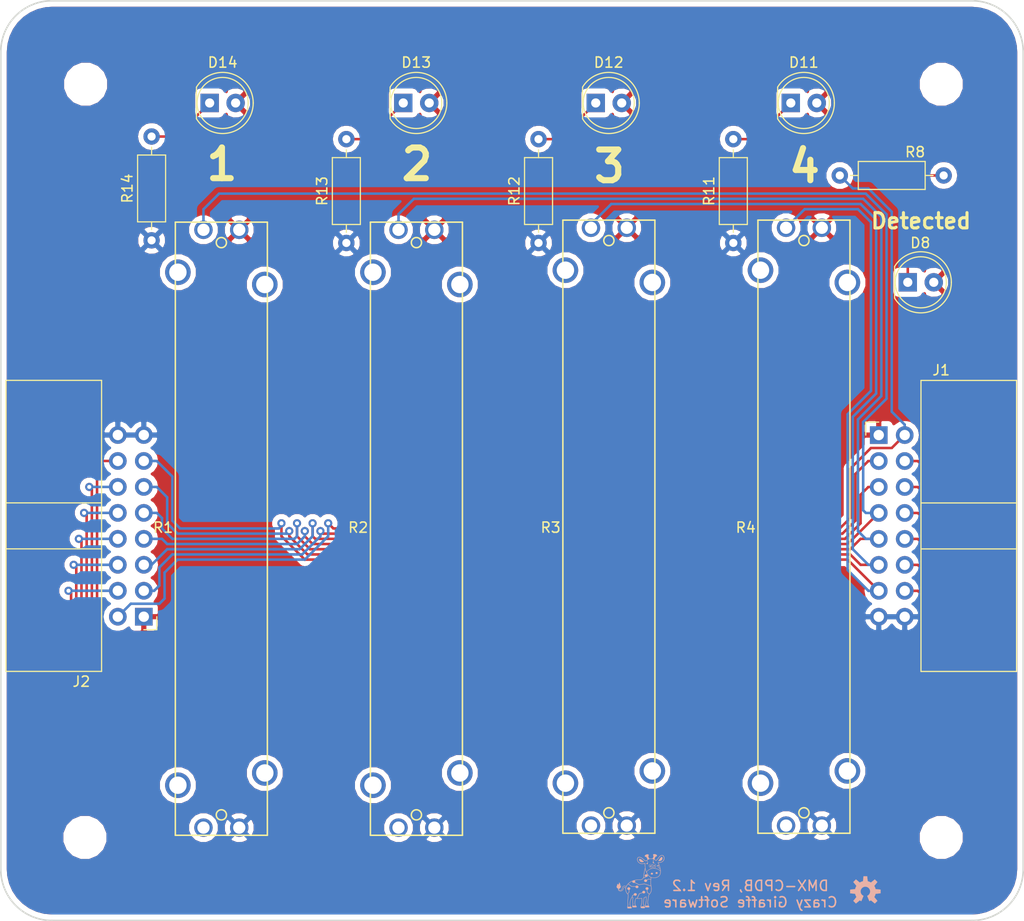
<source format=kicad_pcb>
(kicad_pcb (version 20171130) (host pcbnew "(5.0.0)")
  (title_block (title "DMX Demonstrator - Control-Pro Dimmer (DMX-CPDB)") (date 2023-02-11) (rev 1.2) (company "Crazy Giraffe Software") (comment 2 "Designed by: SparkyBobo") (comment 3 https://creativecommons.org/licenses/by-sa/4.0/) (comment 4 "Released under the Creative Commons Attribution Share-Alike 4.0m License"))
  (layers (0 F.Cu signal) (31 B.Cu signal) (34 B.Paste user) (35 F.Paste user) (36 B.SilkS user) (37 F.SilkS user) (38 B.Mask user) (39 F.Mask user) (44 Edge.Cuts user))
  (net 0 "")
  (net 1 GND)
  (net 2 +5V)
  (net 3 "Net-(D14-Pad1)")
  (net 4 "Net-(D13-Pad1)")
  (net 5 "Net-(D12-Pad1)")
  (net 6 "Net-(D11-Pad1)")
  (net 7 "Net-(D8-Pad1)")
  (net 8 /DIM3)
  (net 9 /DIM4)
  (net 10 /DIM1)
  (net 11 /DIM2)
  (net 12 /~HWD_DT)
  (net 13 /~CLOCK)
  (net 14 /SPD_HI)
  (net 15 /~DATA)
  (net 16 /SPD_WIPER)
  (net 17 /SPD_LO)
  (net 18 /~CLK_STEP)
  (net 19 /~CLK_SLO)
  (net 20 /~CLK_FST)
  (module Connector_IDC:IDC-Header_2x08_P2.54mm_Horizontal (layer F.Cu) (at 101.092 108.966 180)
    (fp_text reference J2 (at 6.105 -6.35 180) (layer F.SilkS))
    (fp_text value INPUT)
    (pad 1 thru_hole rect (at 0 0 180) (size 1.7272 1.7272) (drill 1.016) (layers *.Cu *.Mask) (net 2 +5V))
    (pad 2 thru_hole oval (at 2.54 0 180) (size 1.7272 1.7272) (drill 1.016) (layers *.Cu *.Mask) (net 12 /~HWD_DT))
    (pad 3 thru_hole oval (at 0 2.54 180) (size 1.7272 1.7272) (drill 1.016) (layers *.Cu *.Mask) (net 13 /~CLOCK))
    (pad 4 thru_hole oval (at 2.54 2.54 180) (size 1.7272 1.7272) (drill 1.016) (layers *.Cu *.Mask) (net 14 /SPD_HI))
    (pad 5 thru_hole oval (at 0 5.08 180) (size 1.7272 1.7272) (drill 1.016) (layers *.Cu *.Mask) (net 15 /~DATA))
    (pad 6 thru_hole oval (at 2.54 5.08 180) (size 1.7272 1.7272) (drill 1.016) (layers *.Cu *.Mask) (net 16 /SPD_WIPER))
    (pad 7 thru_hole oval (at 0 7.62 180) (size 1.7272 1.7272) (drill 1.016) (layers *.Cu *.Mask) (net 10 /DIM1))
    (pad 8 thru_hole oval (at 2.54 7.62 180) (size 1.7272 1.7272) (drill 1.016) (layers *.Cu *.Mask) (net 17 /SPD_LO))
    (pad 9 thru_hole oval (at 0 10.16 180) (size 1.7272 1.7272) (drill 1.016) (layers *.Cu *.Mask) (net 11 /DIM2))
    (pad 10 thru_hole oval (at 2.54 10.16 180) (size 1.7272 1.7272) (drill 1.016) (layers *.Cu *.Mask) (net 18 /~CLK_STEP))
    (pad 11 thru_hole oval (at 0 12.7 180) (size 1.7272 1.7272) (drill 1.016) (layers *.Cu *.Mask) (net 8 /DIM3))
    (pad 12 thru_hole oval (at 2.54 12.7 180) (size 1.7272 1.7272) (drill 1.016) (layers *.Cu *.Mask) (net 19 /~CLK_SLO))
    (pad 13 thru_hole oval (at 0 15.24 180) (size 1.7272 1.7272) (drill 1.016) (layers *.Cu *.Mask) (net 9 /DIM4))
    (pad 14 thru_hole oval (at 2.54 15.24 180) (size 1.7272 1.7272) (drill 1.016) (layers *.Cu *.Mask) (net 20 /~CLK_FST))
    (pad 15 thru_hole oval (at 0 17.78 180) (size 1.7272 1.7272) (drill 1.016) (layers *.Cu *.Mask) (net 1 GND))
    (pad 16 thru_hole oval (at 2.54 17.78 180) (size 1.7272 1.7272) (drill 1.016) (layers *.Cu *.Mask) (net 1 GND))
  )
  (module Connector_IDC:IDC-Header_2x08_P2.54mm_Horizontal (layer F.Cu) (at 172.974 91.192)
    (fp_text reference J1 (at 6.105 -6.35) (layer F.SilkS))
    (fp_text value OUTPUT)
    (pad 16 thru_hole oval (at 2.54 17.78) (size 1.7272 1.7272) (drill 1.016) (layers *.Cu *.Mask) (net 1 GND))
    (pad 15 thru_hole oval (at 0 17.78) (size 1.7272 1.7272) (drill 1.016) (layers *.Cu *.Mask) (net 1 GND))
    (pad 14 thru_hole oval (at 2.54 15.24) (size 1.7272 1.7272) (drill 1.016) (layers *.Cu *.Mask) (net 20 /~CLK_FST))
    (pad 13 thru_hole oval (at 0 15.24) (size 1.7272 1.7272) (drill 1.016) (layers *.Cu *.Mask) (net 9 /DIM4))
    (pad 12 thru_hole oval (at 2.54 12.7) (size 1.7272 1.7272) (drill 1.016) (layers *.Cu *.Mask) (net 19 /~CLK_SLO))
    (pad 11 thru_hole oval (at 0 12.7) (size 1.7272 1.7272) (drill 1.016) (layers *.Cu *.Mask) (net 8 /DIM3))
    (pad 10 thru_hole oval (at 2.54 10.16) (size 1.7272 1.7272) (drill 1.016) (layers *.Cu *.Mask) (net 18 /~CLK_STEP))
    (pad 9 thru_hole oval (at 0 10.16) (size 1.7272 1.7272) (drill 1.016) (layers *.Cu *.Mask) (net 11 /DIM2))
    (pad 8 thru_hole oval (at 2.54 7.62) (size 1.7272 1.7272) (drill 1.016) (layers *.Cu *.Mask) (net 17 /SPD_LO))
    (pad 7 thru_hole oval (at 0 7.62) (size 1.7272 1.7272) (drill 1.016) (layers *.Cu *.Mask) (net 10 /DIM1))
    (pad 6 thru_hole oval (at 2.54 5.08) (size 1.7272 1.7272) (drill 1.016) (layers *.Cu *.Mask) (net 16 /SPD_WIPER))
    (pad 5 thru_hole oval (at 0 5.08) (size 1.7272 1.7272) (drill 1.016) (layers *.Cu *.Mask) (net 15 /~DATA))
    (pad 4 thru_hole oval (at 2.54 2.54) (size 1.7272 1.7272) (drill 1.016) (layers *.Cu *.Mask) (net 14 /SPD_HI))
    (pad 3 thru_hole oval (at 0 2.54) (size 1.7272 1.7272) (drill 1.016) (layers *.Cu *.Mask) (net 13 /~CLOCK))
    (pad 2 thru_hole oval (at 2.54 0) (size 1.7272 1.7272) (drill 1.016) (layers *.Cu *.Mask) (net 12 /~HWD_DT))
    (pad 1 thru_hole rect (at 0 0) (size 1.7272 1.7272) (drill 1.016) (layers *.Cu *.Mask) (net 2 +5V))
  )
  (module footprints:BOURNS_PTA4543 (layer F.Cu) (at 127.75574 100.35592 180)
    (fp_text reference R2 (at 5.69574 0.11392 180) (layer F.SilkS))
    (fp_text value 10k)
    (pad 1 thru_hole circle (at -1.75 29.25 180) (size 1.8 1.8) (drill 1.2) (layers *.Cu *.Mask) (net 2 +5V))
    (pad 2 thru_hole circle (at 1.75 29.25 180) (size 1.8 1.8) (drill 1.2) (layers *.Cu *.Mask) (net 11 /DIM2))
    (pad 3 thru_hole circle (at -1.75 -29.25 180) (size 1.8 1.8) (drill 1.2) (layers *.Cu *.Mask) (net 1 GND))
    (pad 4 thru_hole circle (at 1.75 -29.25 180) (size 1.8 1.8) (drill 1.2) (layers *.Cu *.Mask))
    (pad 5 thru_hole circle (at -4.25 23.9 180) (size 2.5 2.5) (drill 1.7) (layers *.Cu *.Mask))
    (pad 6 thru_hole circle (at 4.25 25.1 180) (size 2.5 2.5) (drill 1.7) (layers *.Cu *.Mask))
    (pad 7 thru_hole circle (at -4.25 -23.9 180) (size 2.5 2.5) (drill 1.7) (layers *.Cu *.Mask))
    (pad 8 thru_hole circle (at 4.25 -25.1 180) (size 2.5 2.5) (drill 1.7) (layers *.Cu *.Mask))
  )
  (module LED_THT:LED_D5.0mm (layer F.Cu) (at 175.814 76.242)
    (fp_text reference D8 (at 1.224 -3.852) (layer F.SilkS))
    (fp_text value LED)
    (pad 1 thru_hole rect (at 0 0) (size 1.8 1.8) (drill 0.9) (layers *.Cu *.Mask) (net 7 "Net-(D8-Pad1)"))
    (pad 2 thru_hole circle (at 2.54 0) (size 1.8 1.8) (drill 0.9) (layers *.Cu *.Mask) (net 2 +5V))
  )
  (module Resistor_THT:R_Axial_DIN0207_L6.3mm_D2.5mm_P10.16mm_Horizontal (layer F.Cu) (at 169.164 65.786)
    (fp_text reference R8 (at 7.366 -2.286) (layer F.SilkS))
    (fp_text value 330)
    (pad 1 thru_hole circle (at 0 0) (size 1.6 1.6) (drill 0.8) (layers *.Cu *.Mask) (net 12 /~HWD_DT))
    (pad 2 thru_hole oval (at 10.16 0) (size 1.6 1.6) (drill 0.8) (layers *.Cu *.Mask) (net 7 "Net-(D8-Pad1)"))
  )
  (module Resistor_THT:R_Axial_DIN0207_L6.3mm_D2.5mm_P10.16mm_Horizontal (layer F.Cu) (at 101.854 72.136 90)
    (fp_text reference R14 (at 5.08 -2.37 90) (layer F.SilkS))
    (fp_text value 330)
    (pad 1 thru_hole circle (at 0 0 90) (size 1.6 1.6) (drill 0.8) (layers *.Cu *.Mask) (net 1 GND))
    (pad 2 thru_hole oval (at 10.16 0 90) (size 1.6 1.6) (drill 0.8) (layers *.Cu *.Mask) (net 3 "Net-(D14-Pad1)"))
  )
  (module footprints:BOURNS_PTA4543 (layer F.Cu) (at 108.67774 100.35592 180)
    (fp_text reference R1 (at 5.69574 0.11392 180) (layer F.SilkS))
    (fp_text value 10k)
    (pad 8 thru_hole circle (at 4.25 -25.1 180) (size 2.5 2.5) (drill 1.7) (layers *.Cu *.Mask))
    (pad 7 thru_hole circle (at -4.25 -23.9 180) (size 2.5 2.5) (drill 1.7) (layers *.Cu *.Mask))
    (pad 6 thru_hole circle (at 4.25 25.1 180) (size 2.5 2.5) (drill 1.7) (layers *.Cu *.Mask))
    (pad 5 thru_hole circle (at -4.25 23.9 180) (size 2.5 2.5) (drill 1.7) (layers *.Cu *.Mask))
    (pad 4 thru_hole circle (at 1.75 -29.25 180) (size 1.8 1.8) (drill 1.2) (layers *.Cu *.Mask))
    (pad 3 thru_hole circle (at -1.75 -29.25 180) (size 1.8 1.8) (drill 1.2) (layers *.Cu *.Mask) (net 1 GND))
    (pad 2 thru_hole circle (at 1.75 29.25 180) (size 1.8 1.8) (drill 1.2) (layers *.Cu *.Mask) (net 10 /DIM1))
    (pad 1 thru_hole circle (at -1.75 29.25 180) (size 1.8 1.8) (drill 1.2) (layers *.Cu *.Mask) (net 2 +5V))
  )
  (module footprints:BOURNS_PTA4543 (layer F.Cu) (at 165.65774 100.15592 180)
    (fp_text reference R4 (at 5.69574 -0.08608 180) (layer F.SilkS))
    (fp_text value 10k)
    (pad 8 thru_hole circle (at 4.25 -25.1 180) (size 2.5 2.5) (drill 1.7) (layers *.Cu *.Mask))
    (pad 7 thru_hole circle (at -4.25 -23.9 180) (size 2.5 2.5) (drill 1.7) (layers *.Cu *.Mask))
    (pad 6 thru_hole circle (at 4.25 25.1 180) (size 2.5 2.5) (drill 1.7) (layers *.Cu *.Mask))
    (pad 5 thru_hole circle (at -4.25 23.9 180) (size 2.5 2.5) (drill 1.7) (layers *.Cu *.Mask))
    (pad 4 thru_hole circle (at 1.75 -29.25 180) (size 1.8 1.8) (drill 1.2) (layers *.Cu *.Mask))
    (pad 3 thru_hole circle (at -1.75 -29.25 180) (size 1.8 1.8) (drill 1.2) (layers *.Cu *.Mask) (net 1 GND))
    (pad 2 thru_hole circle (at 1.75 29.25 180) (size 1.8 1.8) (drill 1.2) (layers *.Cu *.Mask) (net 9 /DIM4))
    (pad 1 thru_hole circle (at -1.75 29.25 180) (size 1.8 1.8) (drill 1.2) (layers *.Cu *.Mask) (net 2 +5V))
  )
  (module footprints:BOURNS_PTA4543 (layer F.Cu) (at 146.57974 100.15592 180)
    (fp_text reference R3 (at 5.69574 -0.08608 180) (layer F.SilkS))
    (fp_text value 10k)
    (pad 1 thru_hole circle (at -1.75 29.25 180) (size 1.8 1.8) (drill 1.2) (layers *.Cu *.Mask) (net 2 +5V))
    (pad 2 thru_hole circle (at 1.75 29.25 180) (size 1.8 1.8) (drill 1.2) (layers *.Cu *.Mask) (net 8 /DIM3))
    (pad 3 thru_hole circle (at -1.75 -29.25 180) (size 1.8 1.8) (drill 1.2) (layers *.Cu *.Mask) (net 1 GND))
    (pad 4 thru_hole circle (at 1.75 -29.25 180) (size 1.8 1.8) (drill 1.2) (layers *.Cu *.Mask))
    (pad 5 thru_hole circle (at -4.25 23.9 180) (size 2.5 2.5) (drill 1.7) (layers *.Cu *.Mask))
    (pad 6 thru_hole circle (at 4.25 25.1 180) (size 2.5 2.5) (drill 1.7) (layers *.Cu *.Mask))
    (pad 7 thru_hole circle (at -4.25 -23.9 180) (size 2.5 2.5) (drill 1.7) (layers *.Cu *.Mask))
    (pad 8 thru_hole circle (at 4.25 -25.1 180) (size 2.5 2.5) (drill 1.7) (layers *.Cu *.Mask))
  )
  (module LED_THT:LED_D5.0mm (layer F.Cu) (at 107.532 58.692)
    (fp_text reference D14 (at 1.27 -3.96) (layer F.SilkS))
    (fp_text value DIM1)
    (pad 1 thru_hole rect (at 0 0) (size 1.8 1.8) (drill 0.9) (layers *.Cu *.Mask) (net 3 "Net-(D14-Pad1)"))
    (pad 2 thru_hole circle (at 2.54 0) (size 1.8 1.8) (drill 0.9) (layers *.Cu *.Mask) (net 2 +5V))
  )
  (module LED_THT:LED_D5.0mm (layer F.Cu) (at 145.294 58.692)
    (fp_text reference D12 (at 1.27 -3.96) (layer F.SilkS))
    (fp_text value DIM3)
    (pad 2 thru_hole circle (at 2.54 0) (size 1.8 1.8) (drill 0.9) (layers *.Cu *.Mask) (net 2 +5V))
    (pad 1 thru_hole rect (at 0 0) (size 1.8 1.8) (drill 0.9) (layers *.Cu *.Mask) (net 5 "Net-(D12-Pad1)"))
  )
  (module LED_THT:LED_D5.0mm (layer F.Cu) (at 164.372 58.692)
    (fp_text reference D11 (at 1.27 -3.96) (layer F.SilkS))
    (fp_text value DIM4)
    (pad 1 thru_hole rect (at 0 0) (size 1.8 1.8) (drill 0.9) (layers *.Cu *.Mask) (net 6 "Net-(D11-Pad1)"))
    (pad 2 thru_hole circle (at 2.54 0) (size 1.8 1.8) (drill 0.9) (layers *.Cu *.Mask) (net 2 +5V))
  )
  (module LED_THT:LED_D5.0mm (layer F.Cu) (at 126.47 58.692)
    (fp_text reference D13 (at 1.27 -3.96) (layer F.SilkS))
    (fp_text value DIM2)
    (pad 1 thru_hole rect (at 0 0) (size 1.8 1.8) (drill 0.9) (layers *.Cu *.Mask) (net 4 "Net-(D13-Pad1)"))
    (pad 2 thru_hole circle (at 2.54 0) (size 1.8 1.8) (drill 0.9) (layers *.Cu *.Mask) (net 2 +5V))
  )
  (module Resistor_THT:R_Axial_DIN0207_L6.3mm_D2.5mm_P10.16mm_Horizontal (layer F.Cu) (at 158.75 72.39 90)
    (fp_text reference R11 (at 5.08 -2.37 90) (layer F.SilkS))
    (fp_text value 330)
    (pad 2 thru_hole oval (at 10.16 0 90) (size 1.6 1.6) (drill 0.8) (layers *.Cu *.Mask) (net 6 "Net-(D11-Pad1)"))
    (pad 1 thru_hole circle (at 0 0 90) (size 1.6 1.6) (drill 0.8) (layers *.Cu *.Mask) (net 1 GND))
  )
  (module Resistor_THT:R_Axial_DIN0207_L6.3mm_D2.5mm_P10.16mm_Horizontal (layer F.Cu) (at 139.7 72.39 90)
    (fp_text reference R12 (at 5.08 -2.37 90) (layer F.SilkS))
    (fp_text value 330)
    (pad 1 thru_hole circle (at 0 0 90) (size 1.6 1.6) (drill 0.8) (layers *.Cu *.Mask) (net 1 GND))
    (pad 2 thru_hole oval (at 10.16 0 90) (size 1.6 1.6) (drill 0.8) (layers *.Cu *.Mask) (net 5 "Net-(D12-Pad1)"))
  )
  (module Resistor_THT:R_Axial_DIN0207_L6.3mm_D2.5mm_P10.16mm_Horizontal (layer F.Cu) (at 120.904 72.39 90)
    (fp_text reference R13 (at 5.08 -2.37 90) (layer F.SilkS))
    (fp_text value 330)
    (pad 2 thru_hole oval (at 10.16 0 90) (size 1.6 1.6) (drill 0.8) (layers *.Cu *.Mask) (net 4 "Net-(D13-Pad1)"))
    (pad 1 thru_hole circle (at 0 0 90) (size 1.6 1.6) (drill 0.8) (layers *.Cu *.Mask) (net 1 GND))
  )
  (module MountingHole:MountingHole_3.2mm_M3 (layer F.Cu) (at 179.088 130.566)
    (fp_text reference MH4 hide)
    (fp_text value MountingHole)
    (pad 1 np_thru_hole circle (at 0 0) (size 3.2 3.2) (drill 3.2) (layers *.Cu *.Mask))
  )
  (module MountingHole:MountingHole_3.2mm_M3 (layer F.Cu) (at 179.088 56.856)
    (fp_text reference MH3 hide)
    (fp_text value MountingHole)
    (pad 1 np_thru_hole circle (at 0 0) (size 3.2 3.2) (drill 3.2) (layers *.Cu *.Mask))
  )
  (module MountingHole:MountingHole_3.2mm_M3 (layer F.Cu) (at 95.33 130.566)
    (fp_text reference MH2 hide)
    (fp_text value MountingHole)
    (pad "" np_thru_hole circle (at 0 0) (size 3.2 3.2) (drill 3.2) (layers *.Cu *.Mask))
  )
  (module MountingHole:MountingHole_3.2mm_M3 (layer F.Cu) (at 95.404 56.856)
    (fp_text reference MH1 hide)
    (fp_text value MountingHole)
    (pad "" np_thru_hole circle (at 0 0) (size 3.2 3.2) (drill 3.2) (layers *.Cu *.Mask))
  )
  (module footprints:OSHW-LOGO-S (layer B.Cu) (at 171.664 135.852 180)
    (fp_text reference "" (at 0 0 180) (layer B.SilkS) (effects (font (size 1.524 1.524)) (justify mirror)))
    (fp_text value "" (at 0 0 180) (layer B.SilkS) (effects (font (size 1.524 1.524)) (justify mirror)))
  )
  (module footprints:logo_cr_5x5 (layer B.Cu) (at 149.664 134.852 180)
    (fp_text reference G*** hide)
    (fp_text value LOGO hide)
  )
  (gr_line (start 187.104 133.692) (end 187.104 53.692) (layer Edge.Cuts) (width 0.1524))
  (gr_line (start 92.104 138.692) (end 182.104 138.692) (layer Edge.Cuts) (width 0.1524))
  (gr_line (start 87.104 53.692) (end 87.104 133.692) (layer Edge.Cuts) (width 0.1524))
  (gr_line (start 182.104 48.692) (end 92.104 48.692) (layer Edge.Cuts) (width 0.1524))
  (gr_arc (start 92.104 133.692) (end 87.104 133.692) (angle -90) (layer Edge.Cuts) (width 0.1524))
  (gr_arc (start 92.104 53.692) (end 92.104 48.692) (angle -90) (layer Edge.Cuts) (width 0.1524))
  (gr_arc (start 182.104 53.692) (end 187.104 53.692) (angle -90) (layer Edge.Cuts) (width 0.1524))
  (gr_arc (start 182.104 133.692) (end 182.104 138.692) (angle -90) (layer Edge.Cuts) (width 0.1524))
  (gr_text Detected (at 177.104 70.242) (layer F.SilkS) (effects (font (size 1.5 1.5) (thickness 0.3))))
  (gr_text "DMX-CPDB, Rev 1.2\nCrazy Giraffe Software" (at 160.414 136.102) (layer B.SilkS) (effects (font (size 1 1)) (justify mirror)))
  (gr_text 4 (at 165.712 64.892) (layer F.SilkS) (effects (font (size 3 3) (thickness 0.6))))
  (gr_text 3 (at 146.634 64.892) (layer F.SilkS) (effects (font (size 3 3) (thickness 0.6))))
  (gr_text 2 (at 127.81 64.692) (layer F.SilkS) (effects (font (size 3 3) (thickness 0.6))))
  (gr_text 1 (at 108.732 64.692) (layer F.SilkS) (effects (font (size 3 3) (thickness 0.6))))
  (segment (start 129.01 58.692) (end 129.032 58.67) (width 0.25) (layer F.Cu) (net 2))
  (segment (start 166.912 58.692) (end 166.912 58.64) (width 0.25) (layer F.Cu) (net 2))
  (segment (start 107.492 58.732) (end 107.532 58.692) (width 0.25) (layer F.Cu) (net 3))
  (segment (start 104.248 61.976) (end 107.532 58.692) (width 0.25) (layer F.Cu) (net 3))
  (segment (start 101.854 61.976) (end 104.248 61.976) (width 0.25) (layer F.Cu) (net 3))
  (segment (start 126.43 58.732) (end 126.47 58.692) (width 0.25) (layer F.Cu) (net 4))
  (segment (start 122.932 62.23) (end 126.47 58.692) (width 0.25) (layer F.Cu) (net 4))
  (segment (start 120.904 62.23) (end 122.932 62.23) (width 0.25) (layer F.Cu) (net 4))
  (segment (start 145.284 58.682) (end 145.294 58.692) (width 0.25) (layer F.Cu) (net 5))
  (segment (start 141.756 62.23) (end 145.294 58.692) (width 0.25) (layer F.Cu) (net 5))
  (segment (start 139.7 62.23) (end 141.756 62.23) (width 0.25) (layer F.Cu) (net 5))
  (segment (start 164.322 58.642) (end 164.372 58.692) (width 0.25) (layer F.Cu) (net 6))
  (segment (start 160.834 62.23) (end 164.372 58.692) (width 0.25) (layer F.Cu) (net 6))
  (segment (start 158.75 62.23) (end 160.834 62.23) (width 0.25) (layer F.Cu) (net 6))
  (segment (start 175.814 76.242) (end 175.814 67.264) (width 0.25) (layer F.Cu) (net 7))
  (segment (start 177.292 65.786) (end 179.324 65.786) (width 0.25) (layer F.Cu) (net 7))
  (segment (start 175.814 67.264) (end 177.292 65.786) (width 0.25) (layer F.Cu) (net 7))
  (via (at 115.316 100.584) (size 0.8) (drill 0.4) (layers F.Cu B.Cu) (net 8))
  (segment (start 115.062 100.838) (end 115.316 100.584) (width 0.25) (layer B.Cu) (net 8))
  (segment (start 104.394 100.838) (end 115.062 100.838) (width 0.25) (layer B.Cu) (net 8))
  (segment (start 103.378 99.822) (end 104.394 100.838) (width 0.25) (layer B.Cu) (net 8))
  (segment (start 103.378 97.282) (end 103.378 99.822) (width 0.25) (layer B.Cu) (net 8))
  (segment (start 101.092 96.266) (end 102.362 96.266) (width 0.25) (layer B.Cu) (net 8))
  (segment (start 102.362 96.266) (end 103.378 97.282) (width 0.25) (layer B.Cu) (net 8))
  (segment (start 171.964 103.892) (end 172.974 103.892) (width 0.25) (layer B.Cu) (net 8))
  (segment (start 170.434 89.408) (end 170.434 102.362) (width 0.25) (layer B.Cu) (net 8))
  (segment (start 144.82974 70.56226) (end 146.812 68.58) (width 0.25) (layer B.Cu) (net 8))
  (segment (start 144.82974 70.90592) (end 144.82974 70.56226) (width 0.25) (layer B.Cu) (net 8))
  (segment (start 146.812 68.58) (end 171.196 68.58) (width 0.25) (layer B.Cu) (net 8))
  (segment (start 171.196 68.58) (end 172.72 70.104) (width 0.25) (layer B.Cu) (net 8))
  (segment (start 170.434 102.362) (end 171.964 103.892) (width 0.25) (layer B.Cu) (net 8))
  (segment (start 172.72 70.104) (end 172.72 87.122) (width 0.25) (layer B.Cu) (net 8))
  (segment (start 172.72 87.122) (end 170.434 89.408) (width 0.25) (layer B.Cu) (net 8))
  (segment (start 172.968 103.886) (end 172.974 103.892) (width 0.25) (layer F.Cu) (net 8))
  (segment (start 171.196 103.886) (end 172.968 103.886) (width 0.25) (layer F.Cu) (net 8))
  (segment (start 170.18 102.87) (end 171.196 103.886) (width 0.25) (layer F.Cu) (net 8))
  (segment (start 117.094 102.87) (end 170.18 102.87) (width 0.25) (layer F.Cu) (net 8))
  (segment (start 115.316 100.584) (end 115.316 101.092) (width 0.25) (layer F.Cu) (net 8))
  (segment (start 115.316 101.092) (end 117.094 102.87) (width 0.25) (layer F.Cu) (net 8))
  (via (at 114.554 99.822) (size 0.8) (drill 0.4) (layers F.Cu B.Cu) (net 9))
  (segment (start 102.362 93.726) (end 101.092 93.726) (width 0.25) (layer B.Cu) (net 9))
  (segment (start 114.554 100.076) (end 114.3 100.33) (width 0.25) (layer B.Cu) (net 9))
  (segment (start 114.554 99.822) (end 114.554 100.076) (width 0.25) (layer B.Cu) (net 9))
  (segment (start 114.3 100.33) (end 104.648 100.33) (width 0.25) (layer B.Cu) (net 9))
  (segment (start 104.648 100.33) (end 103.886 99.568) (width 0.25) (layer B.Cu) (net 9))
  (segment (start 103.886 99.568) (end 103.886 95.25) (width 0.25) (layer B.Cu) (net 9))
  (segment (start 103.886 95.25) (end 102.362 93.726) (width 0.25) (layer B.Cu) (net 9))
  (segment (start 169.926 104.394) (end 171.964 106.432) (width 0.25) (layer B.Cu) (net 9))
  (segment (start 165.72566 69.088) (end 170.942 69.088) (width 0.25) (layer B.Cu) (net 9))
  (segment (start 163.90774 70.90592) (end 165.72566 69.088) (width 0.25) (layer B.Cu) (net 9))
  (segment (start 170.942 69.088) (end 172.212 70.358) (width 0.25) (layer B.Cu) (net 9))
  (segment (start 171.964 106.432) (end 172.974 106.432) (width 0.25) (layer B.Cu) (net 9))
  (segment (start 172.212 70.358) (end 172.212 86.868) (width 0.25) (layer B.Cu) (net 9))
  (segment (start 172.212 86.868) (end 169.926 89.154) (width 0.25) (layer B.Cu) (net 9))
  (segment (start 169.926 89.154) (end 169.926 104.394) (width 0.25) (layer B.Cu) (net 9))
  (segment (start 114.554 101.092) (end 114.554 99.822) (width 0.25) (layer F.Cu) (net 9))
  (segment (start 116.84 103.378) (end 114.554 101.092) (width 0.25) (layer F.Cu) (net 9))
  (segment (start 169.926 103.378) (end 116.84 103.378) (width 0.25) (layer F.Cu) (net 9))
  (segment (start 172.974 106.432) (end 172.974 106.426) (width 0.25) (layer F.Cu) (net 9))
  (segment (start 172.974 106.426) (end 169.926 103.378) (width 0.25) (layer F.Cu) (net 9))
  (via (at 116.84 100.584) (size 0.8) (drill 0.4) (layers F.Cu B.Cu) (net 10))
  (segment (start 116.84 101.092) (end 116.84 100.584) (width 0.25) (layer B.Cu) (net 10))
  (segment (start 116.078 101.854) (end 116.84 101.092) (width 0.25) (layer B.Cu) (net 10))
  (segment (start 103.378 101.854) (end 116.078 101.854) (width 0.25) (layer B.Cu) (net 10))
  (segment (start 101.092 101.346) (end 102.87 101.346) (width 0.25) (layer B.Cu) (net 10))
  (segment (start 102.87 101.346) (end 103.378 101.854) (width 0.25) (layer B.Cu) (net 10))
  (segment (start 171.71 98.812) (end 172.974 98.812) (width 0.25) (layer B.Cu) (net 10))
  (segment (start 171.45 98.552) (end 171.71 98.812) (width 0.25) (layer B.Cu) (net 10))
  (segment (start 171.45 89.916) (end 171.45 98.552) (width 0.25) (layer B.Cu) (net 10))
  (segment (start 106.92774 69.09426) (end 108.458 67.564) (width 0.25) (layer B.Cu) (net 10))
  (segment (start 108.458 67.564) (end 171.704 67.564) (width 0.25) (layer B.Cu) (net 10))
  (segment (start 171.704 67.564) (end 173.736 69.596) (width 0.25) (layer B.Cu) (net 10))
  (segment (start 173.736 69.596) (end 173.736 87.63) (width 0.25) (layer B.Cu) (net 10))
  (segment (start 106.92774 71.10592) (end 106.92774 69.09426) (width 0.25) (layer B.Cu) (net 10))
  (segment (start 173.736 87.63) (end 171.45 89.916) (width 0.25) (layer B.Cu) (net 10))
  (segment (start 116.84 101.092) (end 116.84 100.584) (width 0.25) (layer F.Cu) (net 10))
  (segment (start 117.602 101.854) (end 116.84 101.092) (width 0.25) (layer F.Cu) (net 10))
  (segment (start 169.926 101.854) (end 117.602 101.854) (width 0.25) (layer F.Cu) (net 10))
  (segment (start 172.974 98.812) (end 172.968 98.812) (width 0.25) (layer F.Cu) (net 10))
  (segment (start 172.968 98.812) (end 169.926 101.854) (width 0.25) (layer F.Cu) (net 10))
  (via (at 116.078 99.822) (size 0.8) (drill 0.4) (layers F.Cu B.Cu) (net 11))
  (segment (start 116.078 101.092) (end 116.078 99.822) (width 0.25) (layer B.Cu) (net 11))
  (segment (start 102.362 98.806) (end 102.87 99.314) (width 0.25) (layer B.Cu) (net 11))
  (segment (start 101.092 98.806) (end 102.362 98.806) (width 0.25) (layer B.Cu) (net 11))
  (segment (start 102.87 99.314) (end 102.87 100.33) (width 0.25) (layer B.Cu) (net 11))
  (segment (start 102.87 100.33) (end 103.886 101.346) (width 0.25) (layer B.Cu) (net 11))
  (segment (start 103.886 101.346) (end 115.824 101.346) (width 0.25) (layer B.Cu) (net 11))
  (segment (start 115.824 101.346) (end 116.078 101.092) (width 0.25) (layer B.Cu) (net 11))
  (segment (start 171.71 101.352) (end 172.974 101.352) (width 0.25) (layer B.Cu) (net 11))
  (segment (start 170.942 100.584) (end 171.71 101.352) (width 0.25) (layer B.Cu) (net 11))
  (segment (start 170.942 89.662) (end 170.942 100.584) (width 0.25) (layer B.Cu) (net 11))
  (segment (start 126.00574 71.10592) (end 126.00574 69.57426) (width 0.25) (layer B.Cu) (net 11))
  (segment (start 127.508 68.072) (end 171.45 68.072) (width 0.25) (layer B.Cu) (net 11))
  (segment (start 171.45 68.072) (end 173.228 69.85) (width 0.25) (layer B.Cu) (net 11))
  (segment (start 173.228 69.85) (end 173.228 87.376) (width 0.25) (layer B.Cu) (net 11))
  (segment (start 126.00574 69.57426) (end 127.508 68.072) (width 0.25) (layer B.Cu) (net 11))
  (segment (start 173.228 87.376) (end 170.942 89.662) (width 0.25) (layer B.Cu) (net 11))
  (segment (start 116.078 101.092) (end 116.078 99.822) (width 0.25) (layer F.Cu) (net 11))
  (segment (start 117.348 102.362) (end 116.078 101.092) (width 0.25) (layer F.Cu) (net 11))
  (segment (start 170.18 102.362) (end 117.348 102.362) (width 0.25) (layer F.Cu) (net 11))
  (segment (start 171.196 101.346) (end 170.18 102.362) (width 0.25) (layer F.Cu) (net 11))
  (segment (start 172.974 101.352) (end 172.968 101.346) (width 0.25) (layer F.Cu) (net 11))
  (segment (start 172.968 101.346) (end 171.196 101.346) (width 0.25) (layer F.Cu) (net 11))
  (via (at 119.126 99.822) (size 0.8) (drill 0.4) (layers F.Cu B.Cu) (net 12))
  (segment (start 99.822 107.696) (end 98.552 108.966) (width 0.25) (layer B.Cu) (net 12))
  (segment (start 102.616 107.696) (end 99.822 107.696) (width 0.25) (layer B.Cu) (net 12))
  (segment (start 119.126 101.092) (end 116.84 103.378) (width 0.25) (layer B.Cu) (net 12))
  (segment (start 119.126 99.822) (end 119.126 101.092) (width 0.25) (layer B.Cu) (net 12))
  (segment (start 116.84 103.378) (end 104.394 103.378) (width 0.25) (layer B.Cu) (net 12))
  (segment (start 104.394 103.378) (end 103.124 104.648) (width 0.25) (layer B.Cu) (net 12))
  (segment (start 103.124 104.648) (end 103.124 107.188) (width 0.25) (layer B.Cu) (net 12))
  (segment (start 103.124 107.188) (end 102.616 107.696) (width 0.25) (layer B.Cu) (net 12))
  (segment (start 119.634 100.33) (end 169.164 100.33) (width 0.25) (layer F.Cu) (net 12))
  (segment (start 119.126 99.822) (end 119.634 100.33) (width 0.25) (layer F.Cu) (net 12))
  (segment (start 174.244 92.456) (end 175.508 91.192) (width 0.25) (layer F.Cu) (net 12))
  (segment (start 169.164 100.33) (end 170.18 99.314) (width 0.25) (layer F.Cu) (net 12))
  (segment (start 170.18 99.314) (end 170.18 94.488) (width 0.25) (layer F.Cu) (net 12))
  (segment (start 170.18 94.488) (end 172.212 92.456) (width 0.25) (layer F.Cu) (net 12))
  (segment (start 175.508 91.192) (end 175.514 91.192) (width 0.25) (layer F.Cu) (net 12))
  (segment (start 172.212 92.456) (end 174.244 92.456) (width 0.25) (layer F.Cu) (net 12))
  (segment (start 174.244 88.9) (end 174.244 69.596) (width 0.25) (layer B.Cu) (net 12))
  (segment (start 175.514 91.192) (end 175.514 90.17) (width 0.25) (layer B.Cu) (net 12))
  (segment (start 175.514 90.17) (end 174.244 88.9) (width 0.25) (layer B.Cu) (net 12))
  (segment (start 174.244 69.596) (end 174.244 69.342) (width 0.25) (layer B.Cu) (net 12))
  (segment (start 174.244 69.342) (end 171.958 67.056) (width 0.25) (layer B.Cu) (net 12))
  (segment (start 170.434 67.056) (end 169.164 65.786) (width 0.25) (layer B.Cu) (net 12))
  (segment (start 171.958 67.056) (end 170.434 67.056) (width 0.25) (layer B.Cu) (net 12))
  (via (at 118.364 100.584) (size 0.8) (drill 0.4) (layers F.Cu B.Cu) (net 13))
  (segment (start 102.108 106.426) (end 101.092 106.426) (width 0.25) (layer B.Cu) (net 13))
  (segment (start 102.616 105.918) (end 102.108 106.426) (width 0.25) (layer B.Cu) (net 13))
  (segment (start 102.616 104.14) (end 102.616 105.918) (width 0.25) (layer B.Cu) (net 13))
  (segment (start 103.886 102.87) (end 102.616 104.14) (width 0.25) (layer B.Cu) (net 13))
  (segment (start 118.364 101.092) (end 116.586 102.87) (width 0.25) (layer B.Cu) (net 13))
  (segment (start 116.586 102.87) (end 103.886 102.87) (width 0.25) (layer B.Cu) (net 13))
  (segment (start 118.364 101.092) (end 118.364 100.584) (width 0.25) (layer B.Cu) (net 13))
  (segment (start 118.618 100.838) (end 118.364 100.584) (width 0.25) (layer F.Cu) (net 13))
  (segment (start 169.418 100.838) (end 118.618 100.838) (width 0.25) (layer F.Cu) (net 13))
  (segment (start 170.688 99.568) (end 169.418 100.838) (width 0.25) (layer F.Cu) (net 13))
  (segment (start 170.688 94.996) (end 170.688 99.568) (width 0.25) (layer F.Cu) (net 13))
  (segment (start 172.974 93.732) (end 171.952 93.732) (width 0.25) (layer F.Cu) (net 13))
  (segment (start 171.952 93.732) (end 170.688 94.996) (width 0.25) (layer F.Cu) (net 13))
  (via (at 93.726 106.426) (size 0.8) (drill 0.4) (layers F.Cu B.Cu) (net 14))
  (segment (start 98.552 106.426) (end 93.726 106.426) (width 0.25) (layer B.Cu) (net 14))
  (segment (start 93.98 106.68) (end 93.726 106.426) (width 0.25) (layer F.Cu) (net 14))
  (segment (start 176.79 93.732) (end 179.832 96.774) (width 0.25) (layer F.Cu) (net 14))
  (segment (start 175.514 93.732) (end 176.79 93.732) (width 0.25) (layer F.Cu) (net 14))
  (segment (start 179.832 96.774) (end 179.832 113.03) (width 0.25) (layer F.Cu) (net 14))
  (segment (start 179.832 113.03) (end 178.562 114.3) (width 0.25) (layer F.Cu) (net 14))
  (segment (start 93.98 110.998) (end 93.98 106.68) (width 0.25) (layer F.Cu) (net 14))
  (segment (start 178.562 114.3) (end 97.282 114.3) (width 0.25) (layer F.Cu) (net 14))
  (segment (start 97.282 114.3) (end 93.98 110.998) (width 0.25) (layer F.Cu) (net 14))
  (segment (start 101.6 103.886) (end 101.092 103.886) (width 0.25) (layer B.Cu) (net 15))
  (segment (start 103.378 102.362) (end 104.394 102.362) (width 0.25) (layer B.Cu) (net 15))
  (segment (start 101.092 103.886) (end 101.854 103.886) (width 0.25) (layer B.Cu) (net 15))
  (segment (start 101.854 103.886) (end 103.378 102.362) (width 0.25) (layer B.Cu) (net 15))
  (segment (start 104.394 102.362) (end 113.792 102.362) (width 0.25) (layer B.Cu) (net 15))
  (segment (start 113.792 102.362) (end 114.046 102.362) (width 0.25) (layer B.Cu) (net 15))
  (via (at 117.602 99.822) (size 0.8) (drill 0.4) (layers F.Cu B.Cu) (net 15))
  (segment (start 117.602 101.092) (end 117.602 99.822) (width 0.25) (layer B.Cu) (net 15))
  (segment (start 113.792 102.362) (end 116.332 102.362) (width 0.25) (layer B.Cu) (net 15))
  (segment (start 116.332 102.362) (end 117.602 101.092) (width 0.25) (layer B.Cu) (net 15))
  (segment (start 171.952 96.272) (end 171.196 97.028) (width 0.25) (layer F.Cu) (net 15))
  (segment (start 172.974 96.272) (end 171.952 96.272) (width 0.25) (layer F.Cu) (net 15))
  (segment (start 171.196 97.028) (end 171.196 99.822) (width 0.25) (layer F.Cu) (net 15))
  (segment (start 171.196 99.822) (end 169.672 101.346) (width 0.25) (layer F.Cu) (net 15))
  (segment (start 117.602 101.092) (end 117.602 99.822) (width 0.25) (layer F.Cu) (net 15))
  (segment (start 169.672 101.346) (end 117.856 101.346) (width 0.25) (layer F.Cu) (net 15))
  (segment (start 117.856 101.346) (end 117.602 101.092) (width 0.25) (layer F.Cu) (net 15))
  (via (at 94.234 103.886) (size 0.8) (drill 0.4) (layers F.Cu B.Cu) (net 16))
  (segment (start 98.552 103.886) (end 94.234 103.886) (width 0.25) (layer B.Cu) (net 16))
  (segment (start 94.488 104.14) (end 94.234 103.886) (width 0.25) (layer F.Cu) (net 16))
  (segment (start 94.488 110.744) (end 94.488 104.14) (width 0.25) (layer F.Cu) (net 16))
  (segment (start 175.514 96.272) (end 176.79 96.272) (width 0.25) (layer F.Cu) (net 16))
  (segment (start 179.324 98.806) (end 179.324 112.776) (width 0.25) (layer F.Cu) (net 16))
  (segment (start 179.324 112.776) (end 178.308 113.792) (width 0.25) (layer F.Cu) (net 16))
  (segment (start 178.308 113.792) (end 97.536 113.792) (width 0.25) (layer F.Cu) (net 16))
  (segment (start 176.79 96.272) (end 179.324 98.806) (width 0.25) (layer F.Cu) (net 16))
  (segment (start 97.536 113.792) (end 94.488 110.744) (width 0.25) (layer F.Cu) (net 16))
  (via (at 94.742 101.346) (size 0.8) (drill 0.4) (layers F.Cu B.Cu) (net 17))
  (segment (start 98.552 101.346) (end 94.742 101.346) (width 0.25) (layer B.Cu) (net 17))
  (segment (start 94.996 101.6) (end 94.742 101.346) (width 0.25) (layer F.Cu) (net 17))
  (segment (start 176.79 98.812) (end 178.816 100.838) (width 0.25) (layer F.Cu) (net 17))
  (segment (start 175.514 98.812) (end 176.79 98.812) (width 0.25) (layer F.Cu) (net 17))
  (segment (start 94.996 110.49) (end 94.996 101.6) (width 0.25) (layer F.Cu) (net 17))
  (segment (start 178.816 100.838) (end 178.816 112.268) (width 0.25) (layer F.Cu) (net 17))
  (segment (start 178.816 112.268) (end 177.8 113.284) (width 0.25) (layer F.Cu) (net 17))
  (segment (start 177.8 113.284) (end 97.79 113.284) (width 0.25) (layer F.Cu) (net 17))
  (segment (start 97.79 113.284) (end 94.996 110.49) (width 0.25) (layer F.Cu) (net 17))
  (segment (start 98.552 98.806) (end 95.504 98.806) (width 0.25) (layer B.Cu) (net 18))
  (via (at 95.25 98.806) (size 0.8) (drill 0.4) (layers F.Cu B.Cu) (net 18))
  (segment (start 95.504 98.806) (end 95.25 98.806) (width 0.25) (layer B.Cu) (net 18))
  (segment (start 176.79 101.352) (end 175.514 101.352) (width 0.25) (layer F.Cu) (net 18))
  (segment (start 178.308 102.87) (end 176.79 101.352) (width 0.25) (layer F.Cu) (net 18))
  (segment (start 95.504 99.06) (end 95.504 110.236) (width 0.25) (layer F.Cu) (net 18))
  (segment (start 95.25 98.806) (end 95.504 99.06) (width 0.25) (layer F.Cu) (net 18))
  (segment (start 95.504 110.236) (end 98.044 112.776) (width 0.25) (layer F.Cu) (net 18))
  (segment (start 98.044 112.776) (end 177.292 112.776) (width 0.25) (layer F.Cu) (net 18))
  (segment (start 177.292 112.776) (end 178.308 111.76) (width 0.25) (layer F.Cu) (net 18))
  (segment (start 178.308 111.76) (end 178.308 102.87) (width 0.25) (layer F.Cu) (net 18))
  (segment (start 98.552 96.266) (end 95.758 96.266) (width 0.25) (layer B.Cu) (net 19))
  (via (at 95.758 96.266) (size 0.8) (drill 0.4) (layers F.Cu B.Cu) (net 19))
  (segment (start 176.79 103.892) (end 177.8 104.902) (width 0.25) (layer F.Cu) (net 19))
  (segment (start 175.514 103.892) (end 176.79 103.892) (width 0.25) (layer F.Cu) (net 19))
  (segment (start 96.012 109.982) (end 96.012 96.52) (width 0.25) (layer F.Cu) (net 19))
  (segment (start 177.8 104.902) (end 177.8 111.252) (width 0.25) (layer F.Cu) (net 19))
  (segment (start 96.012 96.52) (end 95.758 96.266) (width 0.25) (layer F.Cu) (net 19))
  (segment (start 177.8 111.252) (end 176.784 112.268) (width 0.25) (layer F.Cu) (net 19))
  (segment (start 176.784 112.268) (end 98.298 112.268) (width 0.25) (layer F.Cu) (net 19))
  (segment (start 98.298 112.268) (end 96.012 109.982) (width 0.25) (layer F.Cu) (net 19))
  (segment (start 177.292 106.934) (end 176.79 106.432) (width 0.25) (layer F.Cu) (net 20))
  (segment (start 177.292 110.744) (end 177.292 106.934) (width 0.25) (layer F.Cu) (net 20))
  (segment (start 97.028 93.726) (end 96.52 94.234) (width 0.25) (layer F.Cu) (net 20))
  (segment (start 176.79 106.432) (end 175.514 106.432) (width 0.25) (layer F.Cu) (net 20))
  (segment (start 98.552 93.726) (end 97.028 93.726) (width 0.25) (layer F.Cu) (net 20))
  (segment (start 96.52 94.234) (end 96.52 109.728) (width 0.25) (layer F.Cu) (net 20))
  (segment (start 96.52 109.728) (end 98.552 111.76) (width 0.25) (layer F.Cu) (net 20))
  (segment (start 98.552 111.76) (end 176.276 111.76) (width 0.25) (layer F.Cu) (net 20))
  (segment (start 176.276 111.76) (end 177.292 110.744) (width 0.25) (layer F.Cu) (net 20))
  (zone (net 1) (net_name GND) (layer B.Cu) (connect_pads (clearance 0.508)) (min_thickness 0.254) (fill yes (arc_segments 16) (thermal_gap 0.508) (thermal_bridge_width 0.508))
    (polygon (pts (xy 87.122 48.768) (xy 187.004 48.792) (xy 187.004 138.592) (xy 87.122 138.684)))
  )
  (zone (net 2) (net_name +5V) (layer F.Cu) (connect_pads (clearance 0.508)) (min_thickness 0.254) (fill yes (arc_segments 16) (thermal_gap 0.508) (thermal_bridge_width 0.508))
    (polygon (pts (xy 87.122 48.768) (xy 187.004 48.792) (xy 187.004 138.592) (xy 87.122 138.684)))
  )
)
</source>
